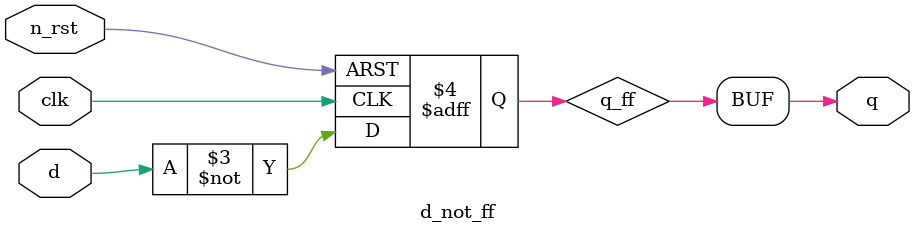
<source format=v>
`timescale 1ps/1ps

module d_not_ff(

input clk,

input n_rst,

input d,

output q

);

reg q_ff;

always @(posedge clk or negedge n_rst)

 	if(!n_rst) begin

		q_ff <= 1'b0;
	end

	else begin

		q_ff <= ~d;
	end

assign q = q_ff;

endmodule

</source>
